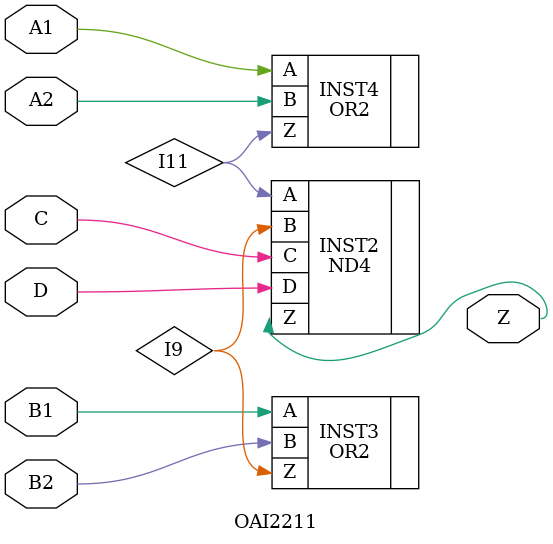
<source format=v>
`timescale 1 ns / 100 ps

/* Created by DB2VERILOG Version 1.2.0.2 on Fri Aug  5 11:14:51 1994 */
/* module compiled from "lsl2db 4.0.3" run */

module OAI2211 (A1, A2, B1, B2, C, D, Z);
input  A1, A2, B1, B2, C, D;
output Z;
ND4 INST2 (.A(I11), .B(I9), .C(C), .D(D), .Z(Z));
OR2 INST3 (.A(B1), .B(B2), .Z(I9));
OR2 INST4 (.A(A1), .B(A2), .Z(I11));

endmodule


</source>
